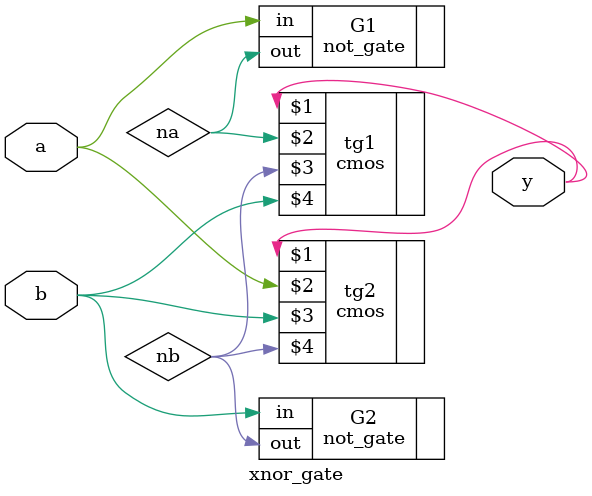
<source format=v>
module xnor_gate(
  input a, b,
  output y);
  wire na, nb;

  not_gate G1(.out(na), .in(a));
  not_gate G2(.out(nb), .in(b));

     // ~a & ~b
  cmos tg1(y, na, nb, b);

    // a & b
  cmos tg2(y, a, b, nb);

endmodule

</source>
